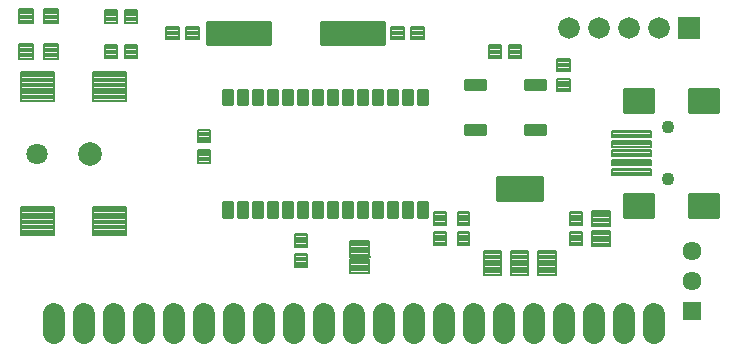
<source format=gts>
G75*
G70*
%OFA0B0*%
%FSLAX24Y24*%
%IPPOS*%
%LPD*%
%AMOC8*
5,1,8,0,0,1.08239X$1,22.5*
%
%ADD10C,0.0084*%
%ADD11R,0.0720X0.0720*%
%ADD12C,0.0720*%
%ADD13C,0.0087*%
%ADD14C,0.0080*%
%ADD15C,0.0434*%
%ADD16C,0.0084*%
%ADD17C,0.0081*%
%ADD18C,0.0080*%
%ADD19C,0.0083*%
%ADD20C,0.0082*%
%ADD21C,0.0789*%
%ADD22C,0.0710*%
%ADD23C,0.0720*%
%ADD24C,0.0081*%
%ADD25R,0.0720X0.0060*%
%ADD26R,0.0635X0.0635*%
%ADD27C,0.0635*%
D10*
X008291Y004974D02*
X008587Y004974D01*
X008587Y004478D01*
X008291Y004478D01*
X008291Y004974D01*
X008291Y004561D02*
X008587Y004561D01*
X008587Y004644D02*
X008291Y004644D01*
X008291Y004727D02*
X008587Y004727D01*
X008587Y004810D02*
X008291Y004810D01*
X008291Y004893D02*
X008587Y004893D01*
X008791Y004974D02*
X009087Y004974D01*
X009087Y004478D01*
X008791Y004478D01*
X008791Y004974D01*
X008791Y004561D02*
X009087Y004561D01*
X009087Y004644D02*
X008791Y004644D01*
X008791Y004727D02*
X009087Y004727D01*
X009087Y004810D02*
X008791Y004810D01*
X008791Y004893D02*
X009087Y004893D01*
X009291Y004974D02*
X009587Y004974D01*
X009587Y004478D01*
X009291Y004478D01*
X009291Y004974D01*
X009291Y004561D02*
X009587Y004561D01*
X009587Y004644D02*
X009291Y004644D01*
X009291Y004727D02*
X009587Y004727D01*
X009587Y004810D02*
X009291Y004810D01*
X009291Y004893D02*
X009587Y004893D01*
X009791Y004974D02*
X010087Y004974D01*
X010087Y004478D01*
X009791Y004478D01*
X009791Y004974D01*
X009791Y004561D02*
X010087Y004561D01*
X010087Y004644D02*
X009791Y004644D01*
X009791Y004727D02*
X010087Y004727D01*
X010087Y004810D02*
X009791Y004810D01*
X009791Y004893D02*
X010087Y004893D01*
X010291Y004974D02*
X010587Y004974D01*
X010587Y004478D01*
X010291Y004478D01*
X010291Y004974D01*
X010291Y004561D02*
X010587Y004561D01*
X010587Y004644D02*
X010291Y004644D01*
X010291Y004727D02*
X010587Y004727D01*
X010587Y004810D02*
X010291Y004810D01*
X010291Y004893D02*
X010587Y004893D01*
X010791Y004974D02*
X011087Y004974D01*
X011087Y004478D01*
X010791Y004478D01*
X010791Y004974D01*
X010791Y004561D02*
X011087Y004561D01*
X011087Y004644D02*
X010791Y004644D01*
X010791Y004727D02*
X011087Y004727D01*
X011087Y004810D02*
X010791Y004810D01*
X010791Y004893D02*
X011087Y004893D01*
X011291Y004974D02*
X011587Y004974D01*
X011587Y004478D01*
X011291Y004478D01*
X011291Y004974D01*
X011291Y004561D02*
X011587Y004561D01*
X011587Y004644D02*
X011291Y004644D01*
X011291Y004727D02*
X011587Y004727D01*
X011587Y004810D02*
X011291Y004810D01*
X011291Y004893D02*
X011587Y004893D01*
X011791Y004974D02*
X012087Y004974D01*
X012087Y004478D01*
X011791Y004478D01*
X011791Y004974D01*
X011791Y004561D02*
X012087Y004561D01*
X012087Y004644D02*
X011791Y004644D01*
X011791Y004727D02*
X012087Y004727D01*
X012087Y004810D02*
X011791Y004810D01*
X011791Y004893D02*
X012087Y004893D01*
X012291Y004974D02*
X012587Y004974D01*
X012587Y004478D01*
X012291Y004478D01*
X012291Y004974D01*
X012291Y004561D02*
X012587Y004561D01*
X012587Y004644D02*
X012291Y004644D01*
X012291Y004727D02*
X012587Y004727D01*
X012587Y004810D02*
X012291Y004810D01*
X012291Y004893D02*
X012587Y004893D01*
X012791Y004974D02*
X013087Y004974D01*
X013087Y004478D01*
X012791Y004478D01*
X012791Y004974D01*
X012791Y004561D02*
X013087Y004561D01*
X013087Y004644D02*
X012791Y004644D01*
X012791Y004727D02*
X013087Y004727D01*
X013087Y004810D02*
X012791Y004810D01*
X012791Y004893D02*
X013087Y004893D01*
X013291Y004974D02*
X013587Y004974D01*
X013587Y004478D01*
X013291Y004478D01*
X013291Y004974D01*
X013291Y004561D02*
X013587Y004561D01*
X013587Y004644D02*
X013291Y004644D01*
X013291Y004727D02*
X013587Y004727D01*
X013587Y004810D02*
X013291Y004810D01*
X013291Y004893D02*
X013587Y004893D01*
X013791Y004974D02*
X014087Y004974D01*
X014087Y004478D01*
X013791Y004478D01*
X013791Y004974D01*
X013791Y004561D02*
X014087Y004561D01*
X014087Y004644D02*
X013791Y004644D01*
X013791Y004727D02*
X014087Y004727D01*
X014087Y004810D02*
X013791Y004810D01*
X013791Y004893D02*
X014087Y004893D01*
X014291Y004974D02*
X014587Y004974D01*
X014587Y004478D01*
X014291Y004478D01*
X014291Y004974D01*
X014291Y004561D02*
X014587Y004561D01*
X014587Y004644D02*
X014291Y004644D01*
X014291Y004727D02*
X014587Y004727D01*
X014587Y004810D02*
X014291Y004810D01*
X014291Y004893D02*
X014587Y004893D01*
X014791Y004974D02*
X015087Y004974D01*
X015087Y004478D01*
X014791Y004478D01*
X014791Y004974D01*
X014791Y004561D02*
X015087Y004561D01*
X015087Y004644D02*
X014791Y004644D01*
X014791Y004727D02*
X015087Y004727D01*
X015087Y004810D02*
X014791Y004810D01*
X014791Y004893D02*
X015087Y004893D01*
X016378Y007253D02*
X016378Y007549D01*
X017024Y007549D01*
X017024Y007253D01*
X016378Y007253D01*
X016378Y007336D02*
X017024Y007336D01*
X017024Y007419D02*
X016378Y007419D01*
X016378Y007502D02*
X017024Y007502D01*
X018378Y007549D02*
X018378Y007253D01*
X018378Y007549D02*
X019024Y007549D01*
X019024Y007253D01*
X018378Y007253D01*
X018378Y007336D02*
X019024Y007336D01*
X019024Y007419D02*
X018378Y007419D01*
X018378Y007502D02*
X019024Y007502D01*
X018378Y008753D02*
X018378Y009049D01*
X019024Y009049D01*
X019024Y008753D01*
X018378Y008753D01*
X018378Y008836D02*
X019024Y008836D01*
X019024Y008919D02*
X018378Y008919D01*
X018378Y009002D02*
X019024Y009002D01*
X016378Y009049D02*
X016378Y008753D01*
X016378Y009049D02*
X017024Y009049D01*
X017024Y008753D01*
X016378Y008753D01*
X016378Y008836D02*
X017024Y008836D01*
X017024Y008919D02*
X016378Y008919D01*
X016378Y009002D02*
X017024Y009002D01*
X015087Y008738D02*
X014791Y008738D01*
X015087Y008738D02*
X015087Y008242D01*
X014791Y008242D01*
X014791Y008738D01*
X014791Y008325D02*
X015087Y008325D01*
X015087Y008408D02*
X014791Y008408D01*
X014791Y008491D02*
X015087Y008491D01*
X015087Y008574D02*
X014791Y008574D01*
X014791Y008657D02*
X015087Y008657D01*
X014587Y008738D02*
X014291Y008738D01*
X014587Y008738D02*
X014587Y008242D01*
X014291Y008242D01*
X014291Y008738D01*
X014291Y008325D02*
X014587Y008325D01*
X014587Y008408D02*
X014291Y008408D01*
X014291Y008491D02*
X014587Y008491D01*
X014587Y008574D02*
X014291Y008574D01*
X014291Y008657D02*
X014587Y008657D01*
X014087Y008738D02*
X013791Y008738D01*
X014087Y008738D02*
X014087Y008242D01*
X013791Y008242D01*
X013791Y008738D01*
X013791Y008325D02*
X014087Y008325D01*
X014087Y008408D02*
X013791Y008408D01*
X013791Y008491D02*
X014087Y008491D01*
X014087Y008574D02*
X013791Y008574D01*
X013791Y008657D02*
X014087Y008657D01*
X013587Y008738D02*
X013291Y008738D01*
X013587Y008738D02*
X013587Y008242D01*
X013291Y008242D01*
X013291Y008738D01*
X013291Y008325D02*
X013587Y008325D01*
X013587Y008408D02*
X013291Y008408D01*
X013291Y008491D02*
X013587Y008491D01*
X013587Y008574D02*
X013291Y008574D01*
X013291Y008657D02*
X013587Y008657D01*
X013087Y008738D02*
X012791Y008738D01*
X013087Y008738D02*
X013087Y008242D01*
X012791Y008242D01*
X012791Y008738D01*
X012791Y008325D02*
X013087Y008325D01*
X013087Y008408D02*
X012791Y008408D01*
X012791Y008491D02*
X013087Y008491D01*
X013087Y008574D02*
X012791Y008574D01*
X012791Y008657D02*
X013087Y008657D01*
X012587Y008738D02*
X012291Y008738D01*
X012587Y008738D02*
X012587Y008242D01*
X012291Y008242D01*
X012291Y008738D01*
X012291Y008325D02*
X012587Y008325D01*
X012587Y008408D02*
X012291Y008408D01*
X012291Y008491D02*
X012587Y008491D01*
X012587Y008574D02*
X012291Y008574D01*
X012291Y008657D02*
X012587Y008657D01*
X012087Y008738D02*
X011791Y008738D01*
X012087Y008738D02*
X012087Y008242D01*
X011791Y008242D01*
X011791Y008738D01*
X011791Y008325D02*
X012087Y008325D01*
X012087Y008408D02*
X011791Y008408D01*
X011791Y008491D02*
X012087Y008491D01*
X012087Y008574D02*
X011791Y008574D01*
X011791Y008657D02*
X012087Y008657D01*
X011587Y008738D02*
X011291Y008738D01*
X011587Y008738D02*
X011587Y008242D01*
X011291Y008242D01*
X011291Y008738D01*
X011291Y008325D02*
X011587Y008325D01*
X011587Y008408D02*
X011291Y008408D01*
X011291Y008491D02*
X011587Y008491D01*
X011587Y008574D02*
X011291Y008574D01*
X011291Y008657D02*
X011587Y008657D01*
X011087Y008738D02*
X010791Y008738D01*
X011087Y008738D02*
X011087Y008242D01*
X010791Y008242D01*
X010791Y008738D01*
X010791Y008325D02*
X011087Y008325D01*
X011087Y008408D02*
X010791Y008408D01*
X010791Y008491D02*
X011087Y008491D01*
X011087Y008574D02*
X010791Y008574D01*
X010791Y008657D02*
X011087Y008657D01*
X010587Y008738D02*
X010291Y008738D01*
X010587Y008738D02*
X010587Y008242D01*
X010291Y008242D01*
X010291Y008738D01*
X010291Y008325D02*
X010587Y008325D01*
X010587Y008408D02*
X010291Y008408D01*
X010291Y008491D02*
X010587Y008491D01*
X010587Y008574D02*
X010291Y008574D01*
X010291Y008657D02*
X010587Y008657D01*
X010087Y008738D02*
X009791Y008738D01*
X010087Y008738D02*
X010087Y008242D01*
X009791Y008242D01*
X009791Y008738D01*
X009791Y008325D02*
X010087Y008325D01*
X010087Y008408D02*
X009791Y008408D01*
X009791Y008491D02*
X010087Y008491D01*
X010087Y008574D02*
X009791Y008574D01*
X009791Y008657D02*
X010087Y008657D01*
X009587Y008738D02*
X009291Y008738D01*
X009587Y008738D02*
X009587Y008242D01*
X009291Y008242D01*
X009291Y008738D01*
X009291Y008325D02*
X009587Y008325D01*
X009587Y008408D02*
X009291Y008408D01*
X009291Y008491D02*
X009587Y008491D01*
X009587Y008574D02*
X009291Y008574D01*
X009291Y008657D02*
X009587Y008657D01*
X009087Y008738D02*
X008791Y008738D01*
X009087Y008738D02*
X009087Y008242D01*
X008791Y008242D01*
X008791Y008738D01*
X008791Y008325D02*
X009087Y008325D01*
X009087Y008408D02*
X008791Y008408D01*
X008791Y008491D02*
X009087Y008491D01*
X009087Y008574D02*
X008791Y008574D01*
X008791Y008657D02*
X009087Y008657D01*
X008587Y008738D02*
X008291Y008738D01*
X008587Y008738D02*
X008587Y008242D01*
X008291Y008242D01*
X008291Y008738D01*
X008291Y008325D02*
X008587Y008325D01*
X008587Y008408D02*
X008291Y008408D01*
X008291Y008491D02*
X008587Y008491D01*
X008587Y008574D02*
X008291Y008574D01*
X008291Y008657D02*
X008587Y008657D01*
D11*
X023823Y010791D03*
D12*
X022823Y010791D03*
X021823Y010791D03*
X020823Y010791D03*
X019823Y010791D03*
D13*
X022636Y008763D02*
X022636Y007983D01*
X021658Y007983D01*
X021658Y008763D01*
X022636Y008763D01*
X022636Y008069D02*
X021658Y008069D01*
X021658Y008155D02*
X022636Y008155D01*
X022636Y008241D02*
X021658Y008241D01*
X021658Y008327D02*
X022636Y008327D01*
X022636Y008413D02*
X021658Y008413D01*
X021658Y008499D02*
X022636Y008499D01*
X022636Y008585D02*
X021658Y008585D01*
X021658Y008671D02*
X022636Y008671D01*
X022636Y008757D02*
X021658Y008757D01*
X024802Y008763D02*
X024802Y007983D01*
X023824Y007983D01*
X023824Y008763D01*
X024802Y008763D01*
X024802Y008069D02*
X023824Y008069D01*
X023824Y008155D02*
X024802Y008155D01*
X024802Y008241D02*
X023824Y008241D01*
X023824Y008327D02*
X024802Y008327D01*
X024802Y008413D02*
X023824Y008413D01*
X023824Y008499D02*
X024802Y008499D01*
X024802Y008585D02*
X023824Y008585D01*
X023824Y008671D02*
X024802Y008671D01*
X024802Y008757D02*
X023824Y008757D01*
X018926Y005047D02*
X017436Y005047D01*
X017436Y005827D01*
X018926Y005827D01*
X018926Y005047D01*
X018926Y005133D02*
X017436Y005133D01*
X017436Y005219D02*
X018926Y005219D01*
X018926Y005305D02*
X017436Y005305D01*
X017436Y005391D02*
X018926Y005391D01*
X018926Y005477D02*
X017436Y005477D01*
X017436Y005563D02*
X018926Y005563D01*
X018926Y005649D02*
X017436Y005649D01*
X017436Y005735D02*
X018926Y005735D01*
X018926Y005821D02*
X017436Y005821D01*
X022636Y005259D02*
X022636Y004479D01*
X021658Y004479D01*
X021658Y005259D01*
X022636Y005259D01*
X022636Y004565D02*
X021658Y004565D01*
X021658Y004651D02*
X022636Y004651D01*
X022636Y004737D02*
X021658Y004737D01*
X021658Y004823D02*
X022636Y004823D01*
X022636Y004909D02*
X021658Y004909D01*
X021658Y004995D02*
X022636Y004995D01*
X022636Y005081D02*
X021658Y005081D01*
X021658Y005167D02*
X022636Y005167D01*
X022636Y005253D02*
X021658Y005253D01*
X024802Y005259D02*
X024802Y004479D01*
X023824Y004479D01*
X023824Y005259D01*
X024802Y005259D01*
X024802Y004565D02*
X023824Y004565D01*
X023824Y004651D02*
X024802Y004651D01*
X024802Y004737D02*
X023824Y004737D01*
X023824Y004823D02*
X024802Y004823D01*
X024802Y004909D02*
X023824Y004909D01*
X023824Y004995D02*
X024802Y004995D01*
X024802Y005081D02*
X023824Y005081D01*
X023824Y005167D02*
X024802Y005167D01*
X024802Y005253D02*
X023824Y005253D01*
D14*
X022560Y005893D02*
X022560Y006089D01*
X022560Y005893D02*
X021262Y005893D01*
X021262Y006089D01*
X022560Y006089D01*
X022560Y005972D02*
X021262Y005972D01*
X021262Y006051D02*
X022560Y006051D01*
X022560Y006208D02*
X022560Y006404D01*
X022560Y006208D02*
X021262Y006208D01*
X021262Y006404D01*
X022560Y006404D01*
X022560Y006287D02*
X021262Y006287D01*
X021262Y006366D02*
X022560Y006366D01*
X022560Y006523D02*
X022560Y006719D01*
X022560Y006523D02*
X021262Y006523D01*
X021262Y006719D01*
X022560Y006719D01*
X022560Y006602D02*
X021262Y006602D01*
X021262Y006681D02*
X022560Y006681D01*
X022560Y006838D02*
X022560Y007034D01*
X022560Y006838D02*
X021262Y006838D01*
X021262Y007034D01*
X022560Y007034D01*
X022560Y006917D02*
X021262Y006917D01*
X021262Y006996D02*
X022560Y006996D01*
X022560Y007153D02*
X022560Y007349D01*
X022560Y007153D02*
X021262Y007153D01*
X021262Y007349D01*
X022560Y007349D01*
X022560Y007232D02*
X021262Y007232D01*
X021262Y007311D02*
X022560Y007311D01*
D15*
X023132Y007487D03*
X023132Y005755D03*
D16*
X013649Y010243D02*
X011553Y010243D01*
X011553Y010999D01*
X013649Y010999D01*
X013649Y010243D01*
X013649Y010326D02*
X011553Y010326D01*
X011553Y010409D02*
X013649Y010409D01*
X013649Y010492D02*
X011553Y010492D01*
X011553Y010575D02*
X013649Y010575D01*
X013649Y010658D02*
X011553Y010658D01*
X011553Y010741D02*
X013649Y010741D01*
X013649Y010824D02*
X011553Y010824D01*
X011553Y010907D02*
X013649Y010907D01*
X013649Y010990D02*
X011553Y010990D01*
X009849Y010243D02*
X007753Y010243D01*
X007753Y010999D01*
X009849Y010999D01*
X009849Y010243D01*
X009849Y010326D02*
X007753Y010326D01*
X007753Y010409D02*
X009849Y010409D01*
X009849Y010492D02*
X007753Y010492D01*
X007753Y010575D02*
X009849Y010575D01*
X009849Y010658D02*
X007753Y010658D01*
X007753Y010741D02*
X009849Y010741D01*
X009849Y010824D02*
X007753Y010824D01*
X007753Y010907D02*
X009849Y010907D01*
X009849Y010990D02*
X007753Y010990D01*
D17*
X007501Y010818D02*
X007069Y010818D01*
X007501Y010818D02*
X007501Y010424D01*
X007069Y010424D01*
X007069Y010818D01*
X007069Y010504D02*
X007501Y010504D01*
X007501Y010584D02*
X007069Y010584D01*
X007069Y010664D02*
X007501Y010664D01*
X007501Y010744D02*
X007069Y010744D01*
X006832Y010818D02*
X006400Y010818D01*
X006832Y010818D02*
X006832Y010424D01*
X006400Y010424D01*
X006400Y010818D01*
X006400Y010504D02*
X006832Y010504D01*
X006832Y010584D02*
X006400Y010584D01*
X006400Y010664D02*
X006832Y010664D01*
X006832Y010744D02*
X006400Y010744D01*
X005426Y010969D02*
X005032Y010969D01*
X005032Y011401D01*
X005426Y011401D01*
X005426Y010969D01*
X005426Y011049D02*
X005032Y011049D01*
X005032Y011129D02*
X005426Y011129D01*
X005426Y011209D02*
X005032Y011209D01*
X005032Y011289D02*
X005426Y011289D01*
X005426Y011369D02*
X005032Y011369D01*
X004756Y010969D02*
X004362Y010969D01*
X004362Y011401D01*
X004756Y011401D01*
X004756Y010969D01*
X004756Y011049D02*
X004362Y011049D01*
X004362Y011129D02*
X004756Y011129D01*
X004756Y011209D02*
X004362Y011209D01*
X004362Y011289D02*
X004756Y011289D01*
X004756Y011369D02*
X004362Y011369D01*
X004362Y009788D02*
X004756Y009788D01*
X004362Y009788D02*
X004362Y010220D01*
X004756Y010220D01*
X004756Y009788D01*
X004756Y009868D02*
X004362Y009868D01*
X004362Y009948D02*
X004756Y009948D01*
X004756Y010028D02*
X004362Y010028D01*
X004362Y010108D02*
X004756Y010108D01*
X004756Y010188D02*
X004362Y010188D01*
X005032Y009788D02*
X005426Y009788D01*
X005032Y009788D02*
X005032Y010220D01*
X005426Y010220D01*
X005426Y009788D01*
X005426Y009868D02*
X005032Y009868D01*
X005032Y009948D02*
X005426Y009948D01*
X005426Y010028D02*
X005032Y010028D01*
X005032Y010108D02*
X005426Y010108D01*
X005426Y010188D02*
X005032Y010188D01*
X007453Y007405D02*
X007453Y006973D01*
X007453Y007405D02*
X007847Y007405D01*
X007847Y006973D01*
X007453Y006973D01*
X007453Y007053D02*
X007847Y007053D01*
X007847Y007133D02*
X007453Y007133D01*
X007453Y007213D02*
X007847Y007213D01*
X007847Y007293D02*
X007453Y007293D01*
X007453Y007373D02*
X007847Y007373D01*
X007453Y006736D02*
X007453Y006304D01*
X007453Y006736D02*
X007847Y006736D01*
X007847Y006304D01*
X007453Y006304D01*
X007453Y006384D02*
X007847Y006384D01*
X007847Y006464D02*
X007453Y006464D01*
X007453Y006544D02*
X007847Y006544D01*
X007847Y006624D02*
X007453Y006624D01*
X007453Y006704D02*
X007847Y006704D01*
X010701Y003911D02*
X010701Y003479D01*
X010701Y003911D02*
X011095Y003911D01*
X011095Y003479D01*
X010701Y003479D01*
X010701Y003559D02*
X011095Y003559D01*
X011095Y003639D02*
X010701Y003639D01*
X010701Y003719D02*
X011095Y003719D01*
X011095Y003799D02*
X010701Y003799D01*
X010701Y003879D02*
X011095Y003879D01*
X010701Y003241D02*
X010701Y002809D01*
X010701Y003241D02*
X011095Y003241D01*
X011095Y002809D01*
X010701Y002809D01*
X010701Y002889D02*
X011095Y002889D01*
X011095Y002969D02*
X010701Y002969D01*
X010701Y003049D02*
X011095Y003049D01*
X011095Y003129D02*
X010701Y003129D01*
X010701Y003209D02*
X011095Y003209D01*
X015327Y003548D02*
X015327Y003980D01*
X015721Y003980D01*
X015721Y003548D01*
X015327Y003548D01*
X015327Y003628D02*
X015721Y003628D01*
X015721Y003708D02*
X015327Y003708D01*
X015327Y003788D02*
X015721Y003788D01*
X015721Y003868D02*
X015327Y003868D01*
X015327Y003948D02*
X015721Y003948D01*
X016114Y003980D02*
X016114Y003548D01*
X016114Y003980D02*
X016508Y003980D01*
X016508Y003548D01*
X016114Y003548D01*
X016114Y003628D02*
X016508Y003628D01*
X016508Y003708D02*
X016114Y003708D01*
X016114Y003788D02*
X016508Y003788D01*
X016508Y003868D02*
X016114Y003868D01*
X016114Y003948D02*
X016508Y003948D01*
X016114Y004217D02*
X016114Y004649D01*
X016508Y004649D01*
X016508Y004217D01*
X016114Y004217D01*
X016114Y004297D02*
X016508Y004297D01*
X016508Y004377D02*
X016114Y004377D01*
X016114Y004457D02*
X016508Y004457D01*
X016508Y004537D02*
X016114Y004537D01*
X016114Y004617D02*
X016508Y004617D01*
X015327Y004649D02*
X015327Y004217D01*
X015327Y004649D02*
X015721Y004649D01*
X015721Y004217D01*
X015327Y004217D01*
X015327Y004297D02*
X015721Y004297D01*
X015721Y004377D02*
X015327Y004377D01*
X015327Y004457D02*
X015721Y004457D01*
X015721Y004537D02*
X015327Y004537D01*
X015327Y004617D02*
X015721Y004617D01*
X020248Y004649D02*
X020248Y004217D01*
X019854Y004217D01*
X019854Y004649D01*
X020248Y004649D01*
X020248Y004297D02*
X019854Y004297D01*
X019854Y004377D02*
X020248Y004377D01*
X020248Y004457D02*
X019854Y004457D01*
X019854Y004537D02*
X020248Y004537D01*
X020248Y004617D02*
X019854Y004617D01*
X020248Y003980D02*
X020248Y003548D01*
X019854Y003548D01*
X019854Y003980D01*
X020248Y003980D01*
X020248Y003628D02*
X019854Y003628D01*
X019854Y003708D02*
X020248Y003708D01*
X020248Y003788D02*
X019854Y003788D01*
X019854Y003868D02*
X020248Y003868D01*
X020248Y003948D02*
X019854Y003948D01*
X019874Y008685D02*
X019874Y009079D01*
X019874Y008685D02*
X019442Y008685D01*
X019442Y009079D01*
X019874Y009079D01*
X019874Y008765D02*
X019442Y008765D01*
X019442Y008845D02*
X019874Y008845D01*
X019874Y008925D02*
X019442Y008925D01*
X019442Y009005D02*
X019874Y009005D01*
X019874Y009354D02*
X019874Y009748D01*
X019874Y009354D02*
X019442Y009354D01*
X019442Y009748D01*
X019874Y009748D01*
X019874Y009434D02*
X019442Y009434D01*
X019442Y009514D02*
X019874Y009514D01*
X019874Y009594D02*
X019442Y009594D01*
X019442Y009674D02*
X019874Y009674D01*
X018221Y010220D02*
X017827Y010220D01*
X018221Y010220D02*
X018221Y009788D01*
X017827Y009788D01*
X017827Y010220D01*
X017827Y009868D02*
X018221Y009868D01*
X018221Y009948D02*
X017827Y009948D01*
X017827Y010028D02*
X018221Y010028D01*
X018221Y010108D02*
X017827Y010108D01*
X017827Y010188D02*
X018221Y010188D01*
X017551Y010220D02*
X017157Y010220D01*
X017551Y010220D02*
X017551Y009788D01*
X017157Y009788D01*
X017157Y010220D01*
X017157Y009868D02*
X017551Y009868D01*
X017551Y009948D02*
X017157Y009948D01*
X017157Y010028D02*
X017551Y010028D01*
X017551Y010108D02*
X017157Y010108D01*
X017157Y010188D02*
X017551Y010188D01*
X015001Y010424D02*
X014569Y010424D01*
X014569Y010818D01*
X015001Y010818D01*
X015001Y010424D01*
X015001Y010504D02*
X014569Y010504D01*
X014569Y010584D02*
X015001Y010584D01*
X015001Y010664D02*
X014569Y010664D01*
X014569Y010744D02*
X015001Y010744D01*
X014332Y010424D02*
X013900Y010424D01*
X013900Y010818D01*
X014332Y010818D01*
X014332Y010424D01*
X014332Y010504D02*
X013900Y010504D01*
X013900Y010584D02*
X014332Y010584D01*
X014332Y010664D02*
X013900Y010664D01*
X013900Y010744D02*
X014332Y010744D01*
D18*
X016981Y002564D02*
X017571Y002564D01*
X016981Y002564D02*
X016981Y003350D01*
X017571Y003350D01*
X017571Y002564D01*
X017571Y002643D02*
X016981Y002643D01*
X016981Y002722D02*
X017571Y002722D01*
X017571Y002801D02*
X016981Y002801D01*
X016981Y002880D02*
X017571Y002880D01*
X017571Y002959D02*
X016981Y002959D01*
X016981Y003038D02*
X017571Y003038D01*
X017571Y003117D02*
X016981Y003117D01*
X016981Y003196D02*
X017571Y003196D01*
X017571Y003275D02*
X016981Y003275D01*
X017886Y002564D02*
X018476Y002564D01*
X017886Y002564D02*
X017886Y003350D01*
X018476Y003350D01*
X018476Y002564D01*
X018476Y002643D02*
X017886Y002643D01*
X017886Y002722D02*
X018476Y002722D01*
X018476Y002801D02*
X017886Y002801D01*
X017886Y002880D02*
X018476Y002880D01*
X018476Y002959D02*
X017886Y002959D01*
X017886Y003038D02*
X018476Y003038D01*
X018476Y003117D02*
X017886Y003117D01*
X017886Y003196D02*
X018476Y003196D01*
X018476Y003275D02*
X017886Y003275D01*
X018792Y002564D02*
X019382Y002564D01*
X018792Y002564D02*
X018792Y003350D01*
X019382Y003350D01*
X019382Y002564D01*
X019382Y002643D02*
X018792Y002643D01*
X018792Y002722D02*
X019382Y002722D01*
X019382Y002801D02*
X018792Y002801D01*
X018792Y002880D02*
X019382Y002880D01*
X019382Y002959D02*
X018792Y002959D01*
X018792Y003038D02*
X019382Y003038D01*
X019382Y003117D02*
X018792Y003117D01*
X018792Y003196D02*
X019382Y003196D01*
X019382Y003275D02*
X018792Y003275D01*
D19*
X020594Y003509D02*
X020594Y004019D01*
X021182Y004019D01*
X021182Y003509D01*
X020594Y003509D01*
X020594Y003591D02*
X021182Y003591D01*
X021182Y003673D02*
X020594Y003673D01*
X020594Y003755D02*
X021182Y003755D01*
X021182Y003837D02*
X020594Y003837D01*
X020594Y003919D02*
X021182Y003919D01*
X021182Y004001D02*
X020594Y004001D01*
X020594Y004178D02*
X020594Y004688D01*
X021182Y004688D01*
X021182Y004178D01*
X020594Y004178D01*
X020594Y004260D02*
X021182Y004260D01*
X021182Y004342D02*
X020594Y004342D01*
X020594Y004424D02*
X021182Y004424D01*
X021182Y004506D02*
X020594Y004506D01*
X020594Y004588D02*
X021182Y004588D01*
X021182Y004670D02*
X020594Y004670D01*
X002786Y009769D02*
X002786Y010239D01*
X002786Y009769D02*
X002316Y009769D01*
X002316Y010239D01*
X002786Y010239D01*
X002786Y009851D02*
X002316Y009851D01*
X002316Y009933D02*
X002786Y009933D01*
X002786Y010015D02*
X002316Y010015D01*
X002316Y010097D02*
X002786Y010097D01*
X002786Y010179D02*
X002316Y010179D01*
X001960Y010239D02*
X001960Y009769D01*
X001490Y009769D01*
X001490Y010239D01*
X001960Y010239D01*
X001960Y009851D02*
X001490Y009851D01*
X001490Y009933D02*
X001960Y009933D01*
X001960Y010015D02*
X001490Y010015D01*
X001490Y010097D02*
X001960Y010097D01*
X001960Y010179D02*
X001490Y010179D01*
X001960Y010950D02*
X001960Y011420D01*
X001960Y010950D02*
X001490Y010950D01*
X001490Y011420D01*
X001960Y011420D01*
X001960Y011032D02*
X001490Y011032D01*
X001490Y011114D02*
X001960Y011114D01*
X001960Y011196D02*
X001490Y011196D01*
X001490Y011278D02*
X001960Y011278D01*
X001960Y011360D02*
X001490Y011360D01*
X002786Y011420D02*
X002786Y010950D01*
X002316Y010950D01*
X002316Y011420D01*
X002786Y011420D01*
X002786Y011032D02*
X002316Y011032D01*
X002316Y011114D02*
X002786Y011114D01*
X002786Y011196D02*
X002316Y011196D01*
X002316Y011278D02*
X002786Y011278D01*
X002786Y011360D02*
X002316Y011360D01*
D20*
X001555Y009306D02*
X001555Y008364D01*
X001555Y009306D02*
X002655Y009306D01*
X002655Y008364D01*
X001555Y008364D01*
X001555Y008445D02*
X002655Y008445D01*
X002655Y008526D02*
X001555Y008526D01*
X001555Y008607D02*
X002655Y008607D01*
X002655Y008688D02*
X001555Y008688D01*
X001555Y008769D02*
X002655Y008769D01*
X002655Y008850D02*
X001555Y008850D01*
X001555Y008931D02*
X002655Y008931D01*
X002655Y009012D02*
X001555Y009012D01*
X001555Y009093D02*
X002655Y009093D01*
X002655Y009174D02*
X001555Y009174D01*
X001555Y009255D02*
X002655Y009255D01*
X003956Y009306D02*
X003956Y008364D01*
X003956Y009306D02*
X005056Y009306D01*
X005056Y008364D01*
X003956Y008364D01*
X003956Y008445D02*
X005056Y008445D01*
X005056Y008526D02*
X003956Y008526D01*
X003956Y008607D02*
X005056Y008607D01*
X005056Y008688D02*
X003956Y008688D01*
X003956Y008769D02*
X005056Y008769D01*
X005056Y008850D02*
X003956Y008850D01*
X003956Y008931D02*
X005056Y008931D01*
X005056Y009012D02*
X003956Y009012D01*
X003956Y009093D02*
X005056Y009093D01*
X005056Y009174D02*
X003956Y009174D01*
X003956Y009255D02*
X005056Y009255D01*
X003956Y004818D02*
X003956Y003876D01*
X003956Y004818D02*
X005056Y004818D01*
X005056Y003876D01*
X003956Y003876D01*
X003956Y003957D02*
X005056Y003957D01*
X005056Y004038D02*
X003956Y004038D01*
X003956Y004119D02*
X005056Y004119D01*
X005056Y004200D02*
X003956Y004200D01*
X003956Y004281D02*
X005056Y004281D01*
X005056Y004362D02*
X003956Y004362D01*
X003956Y004443D02*
X005056Y004443D01*
X005056Y004524D02*
X003956Y004524D01*
X003956Y004605D02*
X005056Y004605D01*
X005056Y004686D02*
X003956Y004686D01*
X003956Y004767D02*
X005056Y004767D01*
X001555Y004818D02*
X001555Y003876D01*
X001555Y004818D02*
X002655Y004818D01*
X002655Y003876D01*
X001555Y003876D01*
X001555Y003957D02*
X002655Y003957D01*
X002655Y004038D02*
X001555Y004038D01*
X001555Y004119D02*
X002655Y004119D01*
X002655Y004200D02*
X001555Y004200D01*
X001555Y004281D02*
X002655Y004281D01*
X002655Y004362D02*
X001555Y004362D01*
X001555Y004443D02*
X002655Y004443D01*
X002655Y004524D02*
X001555Y004524D01*
X001555Y004605D02*
X002655Y004605D01*
X002655Y004686D02*
X001555Y004686D01*
X001555Y004767D02*
X002655Y004767D01*
D21*
X003876Y006591D03*
D22*
X002105Y006591D03*
D23*
X002662Y001269D02*
X002662Y000629D01*
X003662Y000629D02*
X003662Y001269D01*
X004662Y001269D02*
X004662Y000629D01*
X005662Y000629D02*
X005662Y001269D01*
X006662Y001269D02*
X006662Y000629D01*
X007662Y000629D02*
X007662Y001269D01*
X008662Y001269D02*
X008662Y000629D01*
X009662Y000629D02*
X009662Y001269D01*
X010662Y001269D02*
X010662Y000629D01*
X011662Y000629D02*
X011662Y001269D01*
X012662Y001269D02*
X012662Y000629D01*
X013662Y000629D02*
X013662Y001269D01*
X014662Y001269D02*
X014662Y000629D01*
X015662Y000629D02*
X015662Y001269D01*
X016662Y001269D02*
X016662Y000629D01*
X017662Y000629D02*
X017662Y001269D01*
X018662Y001269D02*
X018662Y000629D01*
X019662Y000629D02*
X019662Y001269D01*
X020662Y001269D02*
X020662Y000629D01*
X021662Y000629D02*
X021662Y001269D01*
X022662Y001269D02*
X022662Y000629D01*
D24*
X012536Y002631D02*
X012536Y003091D01*
X013166Y003091D01*
X013166Y002631D01*
X012536Y002631D01*
X012536Y002711D02*
X013166Y002711D01*
X013166Y002791D02*
X012536Y002791D01*
X012536Y002871D02*
X013166Y002871D01*
X013166Y002951D02*
X012536Y002951D01*
X012536Y003031D02*
X013166Y003031D01*
X012536Y003231D02*
X012536Y003691D01*
X013166Y003691D01*
X013166Y003231D01*
X012536Y003231D01*
X012536Y003311D02*
X013166Y003311D01*
X013166Y003391D02*
X012536Y003391D01*
X012536Y003471D02*
X013166Y003471D01*
X013166Y003551D02*
X012536Y003551D01*
X012536Y003631D02*
X013166Y003631D01*
D25*
X012851Y003161D03*
D26*
X023939Y001342D03*
D27*
X023939Y002342D03*
X023939Y003342D03*
M02*

</source>
